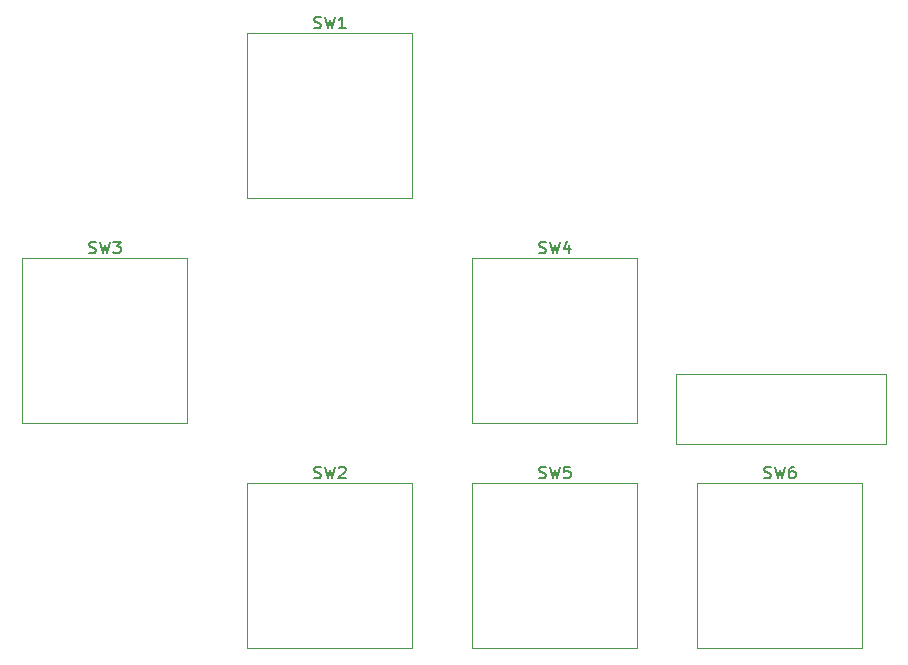
<source format=gbr>
%TF.GenerationSoftware,KiCad,Pcbnew,8.0.5*%
%TF.CreationDate,2025-02-18T21:33:55-07:00*%
%TF.ProjectId,nespad,6e657370-6164-42e6-9b69-6361645f7063,rev?*%
%TF.SameCoordinates,Original*%
%TF.FileFunction,Legend,Top*%
%TF.FilePolarity,Positive*%
%FSLAX46Y46*%
G04 Gerber Fmt 4.6, Leading zero omitted, Abs format (unit mm)*
G04 Created by KiCad (PCBNEW 8.0.5) date 2025-02-18 21:33:55*
%MOMM*%
%LPD*%
G01*
G04 APERTURE LIST*
%ADD10C,0.100000*%
%ADD11C,0.150000*%
%ADD12C,0.120000*%
G04 APERTURE END LIST*
D10*
X146465000Y-102010000D02*
X164240000Y-102010000D01*
X164240000Y-107935000D01*
X146465000Y-107935000D01*
X146465000Y-102010000D01*
D11*
X134856667Y-91743200D02*
X134999524Y-91790819D01*
X134999524Y-91790819D02*
X135237619Y-91790819D01*
X135237619Y-91790819D02*
X135332857Y-91743200D01*
X135332857Y-91743200D02*
X135380476Y-91695580D01*
X135380476Y-91695580D02*
X135428095Y-91600342D01*
X135428095Y-91600342D02*
X135428095Y-91505104D01*
X135428095Y-91505104D02*
X135380476Y-91409866D01*
X135380476Y-91409866D02*
X135332857Y-91362247D01*
X135332857Y-91362247D02*
X135237619Y-91314628D01*
X135237619Y-91314628D02*
X135047143Y-91267009D01*
X135047143Y-91267009D02*
X134951905Y-91219390D01*
X134951905Y-91219390D02*
X134904286Y-91171771D01*
X134904286Y-91171771D02*
X134856667Y-91076533D01*
X134856667Y-91076533D02*
X134856667Y-90981295D01*
X134856667Y-90981295D02*
X134904286Y-90886057D01*
X134904286Y-90886057D02*
X134951905Y-90838438D01*
X134951905Y-90838438D02*
X135047143Y-90790819D01*
X135047143Y-90790819D02*
X135285238Y-90790819D01*
X135285238Y-90790819D02*
X135428095Y-90838438D01*
X135761429Y-90790819D02*
X135999524Y-91790819D01*
X135999524Y-91790819D02*
X136190000Y-91076533D01*
X136190000Y-91076533D02*
X136380476Y-91790819D01*
X136380476Y-91790819D02*
X136618572Y-90790819D01*
X137428095Y-91124152D02*
X137428095Y-91790819D01*
X137190000Y-90743200D02*
X136951905Y-91457485D01*
X136951905Y-91457485D02*
X137570952Y-91457485D01*
X115806667Y-110793200D02*
X115949524Y-110840819D01*
X115949524Y-110840819D02*
X116187619Y-110840819D01*
X116187619Y-110840819D02*
X116282857Y-110793200D01*
X116282857Y-110793200D02*
X116330476Y-110745580D01*
X116330476Y-110745580D02*
X116378095Y-110650342D01*
X116378095Y-110650342D02*
X116378095Y-110555104D01*
X116378095Y-110555104D02*
X116330476Y-110459866D01*
X116330476Y-110459866D02*
X116282857Y-110412247D01*
X116282857Y-110412247D02*
X116187619Y-110364628D01*
X116187619Y-110364628D02*
X115997143Y-110317009D01*
X115997143Y-110317009D02*
X115901905Y-110269390D01*
X115901905Y-110269390D02*
X115854286Y-110221771D01*
X115854286Y-110221771D02*
X115806667Y-110126533D01*
X115806667Y-110126533D02*
X115806667Y-110031295D01*
X115806667Y-110031295D02*
X115854286Y-109936057D01*
X115854286Y-109936057D02*
X115901905Y-109888438D01*
X115901905Y-109888438D02*
X115997143Y-109840819D01*
X115997143Y-109840819D02*
X116235238Y-109840819D01*
X116235238Y-109840819D02*
X116378095Y-109888438D01*
X116711429Y-109840819D02*
X116949524Y-110840819D01*
X116949524Y-110840819D02*
X117140000Y-110126533D01*
X117140000Y-110126533D02*
X117330476Y-110840819D01*
X117330476Y-110840819D02*
X117568572Y-109840819D01*
X117901905Y-109936057D02*
X117949524Y-109888438D01*
X117949524Y-109888438D02*
X118044762Y-109840819D01*
X118044762Y-109840819D02*
X118282857Y-109840819D01*
X118282857Y-109840819D02*
X118378095Y-109888438D01*
X118378095Y-109888438D02*
X118425714Y-109936057D01*
X118425714Y-109936057D02*
X118473333Y-110031295D01*
X118473333Y-110031295D02*
X118473333Y-110126533D01*
X118473333Y-110126533D02*
X118425714Y-110269390D01*
X118425714Y-110269390D02*
X117854286Y-110840819D01*
X117854286Y-110840819D02*
X118473333Y-110840819D01*
X115806667Y-72693200D02*
X115949524Y-72740819D01*
X115949524Y-72740819D02*
X116187619Y-72740819D01*
X116187619Y-72740819D02*
X116282857Y-72693200D01*
X116282857Y-72693200D02*
X116330476Y-72645580D01*
X116330476Y-72645580D02*
X116378095Y-72550342D01*
X116378095Y-72550342D02*
X116378095Y-72455104D01*
X116378095Y-72455104D02*
X116330476Y-72359866D01*
X116330476Y-72359866D02*
X116282857Y-72312247D01*
X116282857Y-72312247D02*
X116187619Y-72264628D01*
X116187619Y-72264628D02*
X115997143Y-72217009D01*
X115997143Y-72217009D02*
X115901905Y-72169390D01*
X115901905Y-72169390D02*
X115854286Y-72121771D01*
X115854286Y-72121771D02*
X115806667Y-72026533D01*
X115806667Y-72026533D02*
X115806667Y-71931295D01*
X115806667Y-71931295D02*
X115854286Y-71836057D01*
X115854286Y-71836057D02*
X115901905Y-71788438D01*
X115901905Y-71788438D02*
X115997143Y-71740819D01*
X115997143Y-71740819D02*
X116235238Y-71740819D01*
X116235238Y-71740819D02*
X116378095Y-71788438D01*
X116711429Y-71740819D02*
X116949524Y-72740819D01*
X116949524Y-72740819D02*
X117140000Y-72026533D01*
X117140000Y-72026533D02*
X117330476Y-72740819D01*
X117330476Y-72740819D02*
X117568572Y-71740819D01*
X118473333Y-72740819D02*
X117901905Y-72740819D01*
X118187619Y-72740819D02*
X118187619Y-71740819D01*
X118187619Y-71740819D02*
X118092381Y-71883676D01*
X118092381Y-71883676D02*
X117997143Y-71978914D01*
X117997143Y-71978914D02*
X117901905Y-72026533D01*
X134856667Y-110793200D02*
X134999524Y-110840819D01*
X134999524Y-110840819D02*
X135237619Y-110840819D01*
X135237619Y-110840819D02*
X135332857Y-110793200D01*
X135332857Y-110793200D02*
X135380476Y-110745580D01*
X135380476Y-110745580D02*
X135428095Y-110650342D01*
X135428095Y-110650342D02*
X135428095Y-110555104D01*
X135428095Y-110555104D02*
X135380476Y-110459866D01*
X135380476Y-110459866D02*
X135332857Y-110412247D01*
X135332857Y-110412247D02*
X135237619Y-110364628D01*
X135237619Y-110364628D02*
X135047143Y-110317009D01*
X135047143Y-110317009D02*
X134951905Y-110269390D01*
X134951905Y-110269390D02*
X134904286Y-110221771D01*
X134904286Y-110221771D02*
X134856667Y-110126533D01*
X134856667Y-110126533D02*
X134856667Y-110031295D01*
X134856667Y-110031295D02*
X134904286Y-109936057D01*
X134904286Y-109936057D02*
X134951905Y-109888438D01*
X134951905Y-109888438D02*
X135047143Y-109840819D01*
X135047143Y-109840819D02*
X135285238Y-109840819D01*
X135285238Y-109840819D02*
X135428095Y-109888438D01*
X135761429Y-109840819D02*
X135999524Y-110840819D01*
X135999524Y-110840819D02*
X136190000Y-110126533D01*
X136190000Y-110126533D02*
X136380476Y-110840819D01*
X136380476Y-110840819D02*
X136618572Y-109840819D01*
X137475714Y-109840819D02*
X136999524Y-109840819D01*
X136999524Y-109840819D02*
X136951905Y-110317009D01*
X136951905Y-110317009D02*
X136999524Y-110269390D01*
X136999524Y-110269390D02*
X137094762Y-110221771D01*
X137094762Y-110221771D02*
X137332857Y-110221771D01*
X137332857Y-110221771D02*
X137428095Y-110269390D01*
X137428095Y-110269390D02*
X137475714Y-110317009D01*
X137475714Y-110317009D02*
X137523333Y-110412247D01*
X137523333Y-110412247D02*
X137523333Y-110650342D01*
X137523333Y-110650342D02*
X137475714Y-110745580D01*
X137475714Y-110745580D02*
X137428095Y-110793200D01*
X137428095Y-110793200D02*
X137332857Y-110840819D01*
X137332857Y-110840819D02*
X137094762Y-110840819D01*
X137094762Y-110840819D02*
X136999524Y-110793200D01*
X136999524Y-110793200D02*
X136951905Y-110745580D01*
X153906667Y-110793200D02*
X154049524Y-110840819D01*
X154049524Y-110840819D02*
X154287619Y-110840819D01*
X154287619Y-110840819D02*
X154382857Y-110793200D01*
X154382857Y-110793200D02*
X154430476Y-110745580D01*
X154430476Y-110745580D02*
X154478095Y-110650342D01*
X154478095Y-110650342D02*
X154478095Y-110555104D01*
X154478095Y-110555104D02*
X154430476Y-110459866D01*
X154430476Y-110459866D02*
X154382857Y-110412247D01*
X154382857Y-110412247D02*
X154287619Y-110364628D01*
X154287619Y-110364628D02*
X154097143Y-110317009D01*
X154097143Y-110317009D02*
X154001905Y-110269390D01*
X154001905Y-110269390D02*
X153954286Y-110221771D01*
X153954286Y-110221771D02*
X153906667Y-110126533D01*
X153906667Y-110126533D02*
X153906667Y-110031295D01*
X153906667Y-110031295D02*
X153954286Y-109936057D01*
X153954286Y-109936057D02*
X154001905Y-109888438D01*
X154001905Y-109888438D02*
X154097143Y-109840819D01*
X154097143Y-109840819D02*
X154335238Y-109840819D01*
X154335238Y-109840819D02*
X154478095Y-109888438D01*
X154811429Y-109840819D02*
X155049524Y-110840819D01*
X155049524Y-110840819D02*
X155240000Y-110126533D01*
X155240000Y-110126533D02*
X155430476Y-110840819D01*
X155430476Y-110840819D02*
X155668572Y-109840819D01*
X156478095Y-109840819D02*
X156287619Y-109840819D01*
X156287619Y-109840819D02*
X156192381Y-109888438D01*
X156192381Y-109888438D02*
X156144762Y-109936057D01*
X156144762Y-109936057D02*
X156049524Y-110078914D01*
X156049524Y-110078914D02*
X156001905Y-110269390D01*
X156001905Y-110269390D02*
X156001905Y-110650342D01*
X156001905Y-110650342D02*
X156049524Y-110745580D01*
X156049524Y-110745580D02*
X156097143Y-110793200D01*
X156097143Y-110793200D02*
X156192381Y-110840819D01*
X156192381Y-110840819D02*
X156382857Y-110840819D01*
X156382857Y-110840819D02*
X156478095Y-110793200D01*
X156478095Y-110793200D02*
X156525714Y-110745580D01*
X156525714Y-110745580D02*
X156573333Y-110650342D01*
X156573333Y-110650342D02*
X156573333Y-110412247D01*
X156573333Y-110412247D02*
X156525714Y-110317009D01*
X156525714Y-110317009D02*
X156478095Y-110269390D01*
X156478095Y-110269390D02*
X156382857Y-110221771D01*
X156382857Y-110221771D02*
X156192381Y-110221771D01*
X156192381Y-110221771D02*
X156097143Y-110269390D01*
X156097143Y-110269390D02*
X156049524Y-110317009D01*
X156049524Y-110317009D02*
X156001905Y-110412247D01*
X96756667Y-91743200D02*
X96899524Y-91790819D01*
X96899524Y-91790819D02*
X97137619Y-91790819D01*
X97137619Y-91790819D02*
X97232857Y-91743200D01*
X97232857Y-91743200D02*
X97280476Y-91695580D01*
X97280476Y-91695580D02*
X97328095Y-91600342D01*
X97328095Y-91600342D02*
X97328095Y-91505104D01*
X97328095Y-91505104D02*
X97280476Y-91409866D01*
X97280476Y-91409866D02*
X97232857Y-91362247D01*
X97232857Y-91362247D02*
X97137619Y-91314628D01*
X97137619Y-91314628D02*
X96947143Y-91267009D01*
X96947143Y-91267009D02*
X96851905Y-91219390D01*
X96851905Y-91219390D02*
X96804286Y-91171771D01*
X96804286Y-91171771D02*
X96756667Y-91076533D01*
X96756667Y-91076533D02*
X96756667Y-90981295D01*
X96756667Y-90981295D02*
X96804286Y-90886057D01*
X96804286Y-90886057D02*
X96851905Y-90838438D01*
X96851905Y-90838438D02*
X96947143Y-90790819D01*
X96947143Y-90790819D02*
X97185238Y-90790819D01*
X97185238Y-90790819D02*
X97328095Y-90838438D01*
X97661429Y-90790819D02*
X97899524Y-91790819D01*
X97899524Y-91790819D02*
X98090000Y-91076533D01*
X98090000Y-91076533D02*
X98280476Y-91790819D01*
X98280476Y-91790819D02*
X98518572Y-90790819D01*
X98804286Y-90790819D02*
X99423333Y-90790819D01*
X99423333Y-90790819D02*
X99090000Y-91171771D01*
X99090000Y-91171771D02*
X99232857Y-91171771D01*
X99232857Y-91171771D02*
X99328095Y-91219390D01*
X99328095Y-91219390D02*
X99375714Y-91267009D01*
X99375714Y-91267009D02*
X99423333Y-91362247D01*
X99423333Y-91362247D02*
X99423333Y-91600342D01*
X99423333Y-91600342D02*
X99375714Y-91695580D01*
X99375714Y-91695580D02*
X99328095Y-91743200D01*
X99328095Y-91743200D02*
X99232857Y-91790819D01*
X99232857Y-91790819D02*
X98947143Y-91790819D01*
X98947143Y-91790819D02*
X98851905Y-91743200D01*
X98851905Y-91743200D02*
X98804286Y-91695580D01*
D12*
%TO.C,SW4*%
X129205000Y-92225000D02*
X143175000Y-92225000D01*
X129205000Y-106195000D02*
X129205000Y-92225000D01*
X143175000Y-92225000D02*
X143175000Y-106195000D01*
X143175000Y-106195000D02*
X129205000Y-106195000D01*
%TO.C,SW2*%
X110155000Y-111275000D02*
X124125000Y-111275000D01*
X110155000Y-125245000D02*
X110155000Y-111275000D01*
X124125000Y-111275000D02*
X124125000Y-125245000D01*
X124125000Y-125245000D02*
X110155000Y-125245000D01*
%TO.C,SW1*%
X110155000Y-73175000D02*
X124125000Y-73175000D01*
X110155000Y-87145000D02*
X110155000Y-73175000D01*
X124125000Y-73175000D02*
X124125000Y-87145000D01*
X124125000Y-87145000D02*
X110155000Y-87145000D01*
%TO.C,SW5*%
X129205000Y-111275000D02*
X143175000Y-111275000D01*
X129205000Y-125245000D02*
X129205000Y-111275000D01*
X143175000Y-111275000D02*
X143175000Y-125245000D01*
X143175000Y-125245000D02*
X129205000Y-125245000D01*
%TO.C,SW6*%
X148255000Y-111275000D02*
X162225000Y-111275000D01*
X148255000Y-125245000D02*
X148255000Y-111275000D01*
X162225000Y-111275000D02*
X162225000Y-125245000D01*
X162225000Y-125245000D02*
X148255000Y-125245000D01*
%TO.C,SW3*%
X91105000Y-92225000D02*
X105075000Y-92225000D01*
X91105000Y-106195000D02*
X91105000Y-92225000D01*
X105075000Y-92225000D02*
X105075000Y-106195000D01*
X105075000Y-106195000D02*
X91105000Y-106195000D01*
%TD*%
M02*

</source>
